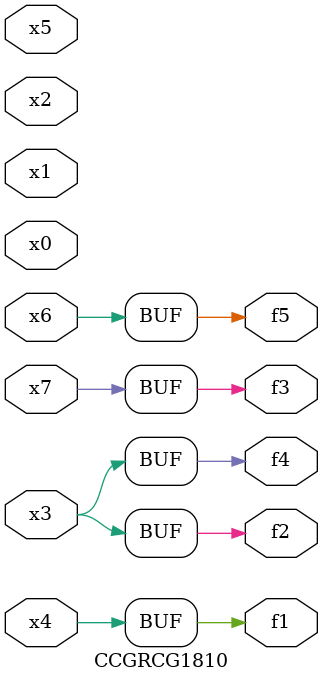
<source format=v>
module CCGRCG1810(
	input x0, x1, x2, x3, x4, x5, x6, x7,
	output f1, f2, f3, f4, f5
);
	assign f1 = x4;
	assign f2 = x3;
	assign f3 = x7;
	assign f4 = x3;
	assign f5 = x6;
endmodule

</source>
